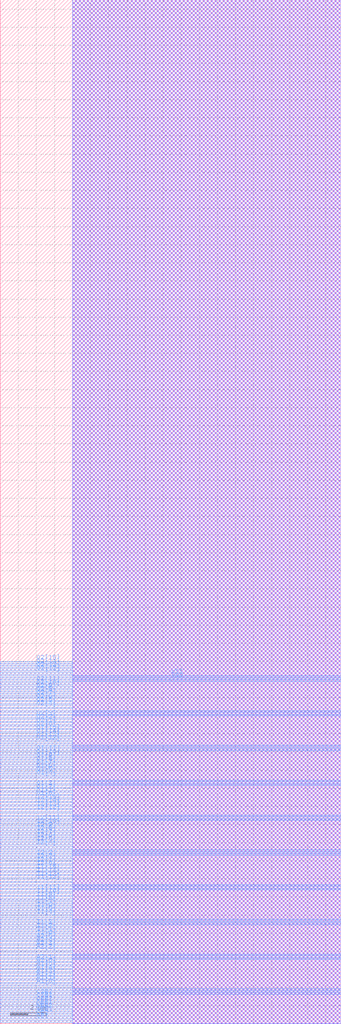
<source format=lef>
VERSION 5.6 ;
BUSBITCHARS "[]" ;
DIVIDERCHAR "/" ;

MACRO SRAM2RW64x16
  CLASS BLOCK ;
  ORIGIN 0 0 ;
  FOREIGN SRAM2RW64x16 0 0 ;
  SIZE 18.848 BY 56.512 ;
  SYMMETRY X Y ;
  SITE asap7sc7p5t ;
  PIN VDD
    DIRECTION INOUT ;
    USE POWER ;
    PORT 
      LAYER M4 ;
        RECT 0.0 1.632 18.848 1.728 ;
        RECT 0.0 3.552 18.848 3.648 ;
        RECT 0.0 5.472 18.848 5.568 ;
        RECT 0.0 7.392 18.848 7.488 ;
        RECT 0.0 9.312 18.848 9.408 ;
        RECT 0.0 11.232 18.848 11.328 ;
        RECT 0.0 13.152 18.848 13.248 ;
        RECT 0.0 15.072 18.848 15.168 ;
        RECT 0.0 16.992 18.848 17.088 ;
        RECT 0.0 18.912 18.848 19.008 ;
    END 
  END VDD
  PIN VSS
    DIRECTION INOUT ;
    USE GROUND ;
    PORT 
      LAYER M4 ;
        RECT 0.0 1.824 18.848 1.92 ;
        RECT 0.0 3.744 18.848 3.84 ;
        RECT 0.0 5.664 18.848 5.76 ;
        RECT 0.0 7.584 18.848 7.68 ;
        RECT 0.0 9.504 18.848 9.6 ;
        RECT 0.0 11.424 18.848 11.52 ;
        RECT 0.0 13.344 18.848 13.44 ;
        RECT 0.0 15.264 18.848 15.36 ;
        RECT 0.0 17.184 18.848 17.28 ;
        RECT 0.0 19.104 18.848 19.2 ;
    END 
  END VSS
  PIN CE1
    DIRECTION INPUT ;
    USE SIGNAL ;
    PORT 
      LAYER M4 ;
        RECT 0.0 0.096 4.0 0.192 ;
    END 
  END CE1
  PIN CE2
    DIRECTION INPUT ;
    USE SIGNAL ;
    PORT 
      LAYER M4 ;
        RECT 0.0 0.288 4.0 0.384 ;
    END 
  END CE2
  PIN WEB1
    DIRECTION INPUT ;
    USE SIGNAL ;
    PORT 
      LAYER M4 ;
        RECT 0.0 0.48 4.0 0.576 ;
    END 
  END WEB1
  PIN WEB2
    DIRECTION INPUT ;
    USE SIGNAL ;
    PORT 
      LAYER M4 ;
        RECT 0.0 0.672 4.0 0.768 ;
    END 
  END WEB2
  PIN OEB1
    DIRECTION INPUT ;
    USE SIGNAL ;
    PORT 
      LAYER M4 ;
        RECT 0.0 0.864 4.0 0.96 ;
    END 
  END OEB1
  PIN OEB2
    DIRECTION INPUT ;
    USE SIGNAL ;
    PORT 
      LAYER M4 ;
        RECT 0.0 1.056 4.0 1.152 ;
    END 
  END OEB2
  PIN CSB1
    DIRECTION INPUT ;
    USE SIGNAL ;
    PORT 
      LAYER M4 ;
        RECT 0.0 1.248 4.0 1.344 ;
    END 
  END CSB1
  PIN CSB2
    DIRECTION INPUT ;
    USE SIGNAL ;
    PORT 
      LAYER M4 ;
        RECT 0.0 1.44 4.0 1.536 ;
    END 
  END CSB2
  PIN A1[0]
    DIRECTION INPUT ;
    USE SIGNAL ;
    PORT 
      LAYER M4 ;
        RECT 0.0 2.016 4.0 2.112 ;
    END 
  END A1[0]
  PIN A1[1]
    DIRECTION INPUT ;
    USE SIGNAL ;
    PORT 
      LAYER M4 ;
        RECT 0.0 2.208 4.0 2.304 ;
    END 
  END A1[1]
  PIN A1[2]
    DIRECTION INPUT ;
    USE SIGNAL ;
    PORT 
      LAYER M4 ;
        RECT 0.0 2.4 4.0 2.496 ;
    END 
  END A1[2]
  PIN A1[3]
    DIRECTION INPUT ;
    USE SIGNAL ;
    PORT 
      LAYER M4 ;
        RECT 0.0 2.592 4.0 2.688 ;
    END 
  END A1[3]
  PIN A1[4]
    DIRECTION INPUT ;
    USE SIGNAL ;
    PORT 
      LAYER M4 ;
        RECT 0.0 2.784 4.0 2.88 ;
    END 
  END A1[4]
  PIN A1[5]
    DIRECTION INPUT ;
    USE SIGNAL ;
    PORT 
      LAYER M4 ;
        RECT 0.0 2.976 4.0 3.072 ;
    END 
  END A1[5]
  PIN A2[0]
    DIRECTION INPUT ;
    USE SIGNAL ;
    PORT 
      LAYER M4 ;
        RECT 0.0 3.168 4.0 3.264 ;
    END 
  END A2[0]
  PIN A2[1]
    DIRECTION INPUT ;
    USE SIGNAL ;
    PORT 
      LAYER M4 ;
        RECT 0.0 3.36 4.0 3.456 ;
    END 
  END A2[1]
  PIN A2[2]
    DIRECTION INPUT ;
    USE SIGNAL ;
    PORT 
      LAYER M4 ;
        RECT 0.0 3.936 4.0 4.032 ;
    END 
  END A2[2]
  PIN A2[3]
    DIRECTION INPUT ;
    USE SIGNAL ;
    PORT 
      LAYER M4 ;
        RECT 0.0 4.128 4.0 4.224 ;
    END 
  END A2[3]
  PIN A2[4]
    DIRECTION INPUT ;
    USE SIGNAL ;
    PORT 
      LAYER M4 ;
        RECT 0.0 4.32 4.0 4.416 ;
    END 
  END A2[4]
  PIN A2[5]
    DIRECTION INPUT ;
    USE SIGNAL ;
    PORT 
      LAYER M4 ;
        RECT 0.0 4.512 4.0 4.608 ;
    END 
  END A2[5]
  PIN I1[0]
    DIRECTION INPUT ;
    USE SIGNAL ;
    PORT 
      LAYER M4 ;
        RECT 0.0 4.704 4.0 4.8 ;
    END 
  END I1[0]
  PIN I1[1]
    DIRECTION INPUT ;
    USE SIGNAL ;
    PORT 
      LAYER M4 ;
        RECT 0.0 4.896 4.0 4.992 ;
    END 
  END I1[1]
  PIN I1[2]
    DIRECTION INPUT ;
    USE SIGNAL ;
    PORT 
      LAYER M4 ;
        RECT 0.0 5.088 4.0 5.184 ;
    END 
  END I1[2]
  PIN I1[3]
    DIRECTION INPUT ;
    USE SIGNAL ;
    PORT 
      LAYER M4 ;
        RECT 0.0 5.28 4.0 5.376 ;
    END 
  END I1[3]
  PIN I1[4]
    DIRECTION INPUT ;
    USE SIGNAL ;
    PORT 
      LAYER M4 ;
        RECT 0.0 5.856 4.0 5.952 ;
    END 
  END I1[4]
  PIN I1[5]
    DIRECTION INPUT ;
    USE SIGNAL ;
    PORT 
      LAYER M4 ;
        RECT 0.0 6.048 4.0 6.144 ;
    END 
  END I1[5]
  PIN I1[6]
    DIRECTION INPUT ;
    USE SIGNAL ;
    PORT 
      LAYER M4 ;
        RECT 0.0 6.24 4.0 6.336 ;
    END 
  END I1[6]
  PIN I1[7]
    DIRECTION INPUT ;
    USE SIGNAL ;
    PORT 
      LAYER M4 ;
        RECT 0.0 6.432 4.0 6.528 ;
    END 
  END I1[7]
  PIN I1[8]
    DIRECTION INPUT ;
    USE SIGNAL ;
    PORT 
      LAYER M4 ;
        RECT 0.0 6.624 4.0 6.72 ;
    END 
  END I1[8]
  PIN I1[9]
    DIRECTION INPUT ;
    USE SIGNAL ;
    PORT 
      LAYER M4 ;
        RECT 0.0 6.816 4.0 6.912 ;
    END 
  END I1[9]
  PIN I1[10]
    DIRECTION INPUT ;
    USE SIGNAL ;
    PORT 
      LAYER M4 ;
        RECT 0.0 7.008 4.0 7.104 ;
    END 
  END I1[10]
  PIN I1[11]
    DIRECTION INPUT ;
    USE SIGNAL ;
    PORT 
      LAYER M4 ;
        RECT 0.0 7.2 4.0 7.296 ;
    END 
  END I1[11]
  PIN I1[12]
    DIRECTION INPUT ;
    USE SIGNAL ;
    PORT 
      LAYER M4 ;
        RECT 0.0 7.776 4.0 7.872 ;
    END 
  END I1[12]
  PIN I1[13]
    DIRECTION INPUT ;
    USE SIGNAL ;
    PORT 
      LAYER M4 ;
        RECT 0.0 7.968 4.0 8.064 ;
    END 
  END I1[13]
  PIN I1[14]
    DIRECTION INPUT ;
    USE SIGNAL ;
    PORT 
      LAYER M4 ;
        RECT 0.0 8.16 4.0 8.256 ;
    END 
  END I1[14]
  PIN I1[15]
    DIRECTION INPUT ;
    USE SIGNAL ;
    PORT 
      LAYER M4 ;
        RECT 0.0 8.352 4.0 8.448 ;
    END 
  END I1[15]
  PIN I2[0]
    DIRECTION INPUT ;
    USE SIGNAL ;
    PORT 
      LAYER M4 ;
        RECT 0.0 8.544 4.0 8.64 ;
    END 
  END I2[0]
  PIN I2[1]
    DIRECTION INPUT ;
    USE SIGNAL ;
    PORT 
      LAYER M4 ;
        RECT 0.0 8.736 4.0 8.832 ;
    END 
  END I2[1]
  PIN I2[2]
    DIRECTION INPUT ;
    USE SIGNAL ;
    PORT 
      LAYER M4 ;
        RECT 0.0 8.928 4.0 9.024 ;
    END 
  END I2[2]
  PIN I2[3]
    DIRECTION INPUT ;
    USE SIGNAL ;
    PORT 
      LAYER M4 ;
        RECT 0.0 9.12 4.0 9.216 ;
    END 
  END I2[3]
  PIN I2[4]
    DIRECTION INPUT ;
    USE SIGNAL ;
    PORT 
      LAYER M4 ;
        RECT 0.0 9.696 4.0 9.792 ;
    END 
  END I2[4]
  PIN I2[5]
    DIRECTION INPUT ;
    USE SIGNAL ;
    PORT 
      LAYER M4 ;
        RECT 0.0 9.888 4.0 9.984 ;
    END 
  END I2[5]
  PIN I2[6]
    DIRECTION INPUT ;
    USE SIGNAL ;
    PORT 
      LAYER M4 ;
        RECT 0.0 10.08 4.0 10.176 ;
    END 
  END I2[6]
  PIN I2[7]
    DIRECTION INPUT ;
    USE SIGNAL ;
    PORT 
      LAYER M4 ;
        RECT 0.0 10.272 4.0 10.368 ;
    END 
  END I2[7]
  PIN I2[8]
    DIRECTION INPUT ;
    USE SIGNAL ;
    PORT 
      LAYER M4 ;
        RECT 0.0 10.464 4.0 10.56 ;
    END 
  END I2[8]
  PIN I2[9]
    DIRECTION INPUT ;
    USE SIGNAL ;
    PORT 
      LAYER M4 ;
        RECT 0.0 10.656 4.0 10.752 ;
    END 
  END I2[9]
  PIN I2[10]
    DIRECTION INPUT ;
    USE SIGNAL ;
    PORT 
      LAYER M4 ;
        RECT 0.0 10.848 4.0 10.944 ;
    END 
  END I2[10]
  PIN I2[11]
    DIRECTION INPUT ;
    USE SIGNAL ;
    PORT 
      LAYER M4 ;
        RECT 0.0 11.04 4.0 11.136 ;
    END 
  END I2[11]
  PIN I2[12]
    DIRECTION INPUT ;
    USE SIGNAL ;
    PORT 
      LAYER M4 ;
        RECT 0.0 11.616 4.0 11.712 ;
    END 
  END I2[12]
  PIN I2[13]
    DIRECTION INPUT ;
    USE SIGNAL ;
    PORT 
      LAYER M4 ;
        RECT 0.0 11.808 4.0 11.904 ;
    END 
  END I2[13]
  PIN I2[14]
    DIRECTION INPUT ;
    USE SIGNAL ;
    PORT 
      LAYER M4 ;
        RECT 0.0 12.0 4.0 12.096 ;
    END 
  END I2[14]
  PIN I2[15]
    DIRECTION INPUT ;
    USE SIGNAL ;
    PORT 
      LAYER M4 ;
        RECT 0.0 12.192 4.0 12.288 ;
    END 
  END I2[15]
  PIN O1[0]
    DIRECTION OUTPUT ;
    USE SIGNAL ;
    PORT 
      LAYER M4 ;
        RECT 0.0 12.384 4.0 12.48 ;
    END 
  END O1[0]
  PIN O1[1]
    DIRECTION OUTPUT ;
    USE SIGNAL ;
    PORT 
      LAYER M4 ;
        RECT 0.0 12.576 4.0 12.672 ;
    END 
  END O1[1]
  PIN O1[2]
    DIRECTION OUTPUT ;
    USE SIGNAL ;
    PORT 
      LAYER M4 ;
        RECT 0.0 12.768 4.0 12.864 ;
    END 
  END O1[2]
  PIN O1[3]
    DIRECTION OUTPUT ;
    USE SIGNAL ;
    PORT 
      LAYER M4 ;
        RECT 0.0 12.96 4.0 13.056 ;
    END 
  END O1[3]
  PIN O1[4]
    DIRECTION OUTPUT ;
    USE SIGNAL ;
    PORT 
      LAYER M4 ;
        RECT 0.0 13.536 4.0 13.632 ;
    END 
  END O1[4]
  PIN O1[5]
    DIRECTION OUTPUT ;
    USE SIGNAL ;
    PORT 
      LAYER M4 ;
        RECT 0.0 13.728 4.0 13.824 ;
    END 
  END O1[5]
  PIN O1[6]
    DIRECTION OUTPUT ;
    USE SIGNAL ;
    PORT 
      LAYER M4 ;
        RECT 0.0 13.92 4.0 14.016 ;
    END 
  END O1[6]
  PIN O1[7]
    DIRECTION OUTPUT ;
    USE SIGNAL ;
    PORT 
      LAYER M4 ;
        RECT 0.0 14.112 4.0 14.208 ;
    END 
  END O1[7]
  PIN O1[8]
    DIRECTION OUTPUT ;
    USE SIGNAL ;
    PORT 
      LAYER M4 ;
        RECT 0.0 14.304 4.0 14.4 ;
    END 
  END O1[8]
  PIN O1[9]
    DIRECTION OUTPUT ;
    USE SIGNAL ;
    PORT 
      LAYER M4 ;
        RECT 0.0 14.496 4.0 14.592 ;
    END 
  END O1[9]
  PIN O1[10]
    DIRECTION OUTPUT ;
    USE SIGNAL ;
    PORT 
      LAYER M4 ;
        RECT 0.0 14.688 4.0 14.784 ;
    END 
  END O1[10]
  PIN O1[11]
    DIRECTION OUTPUT ;
    USE SIGNAL ;
    PORT 
      LAYER M4 ;
        RECT 0.0 14.88 4.0 14.976 ;
    END 
  END O1[11]
  PIN O1[12]
    DIRECTION OUTPUT ;
    USE SIGNAL ;
    PORT 
      LAYER M4 ;
        RECT 0.0 15.456 4.0 15.552 ;
    END 
  END O1[12]
  PIN O1[13]
    DIRECTION OUTPUT ;
    USE SIGNAL ;
    PORT 
      LAYER M4 ;
        RECT 0.0 15.648 4.0 15.744 ;
    END 
  END O1[13]
  PIN O1[14]
    DIRECTION OUTPUT ;
    USE SIGNAL ;
    PORT 
      LAYER M4 ;
        RECT 0.0 15.84 4.0 15.936 ;
    END 
  END O1[14]
  PIN O1[15]
    DIRECTION OUTPUT ;
    USE SIGNAL ;
    PORT 
      LAYER M4 ;
        RECT 0.0 16.032 4.0 16.128 ;
    END 
  END O1[15]
  PIN O2[0]
    DIRECTION OUTPUT ;
    USE SIGNAL ;
    PORT 
      LAYER M4 ;
        RECT 0.0 16.224 4.0 16.32 ;
    END 
  END O2[0]
  PIN O2[1]
    DIRECTION OUTPUT ;
    USE SIGNAL ;
    PORT 
      LAYER M4 ;
        RECT 0.0 16.416 4.0 16.512 ;
    END 
  END O2[1]
  PIN O2[2]
    DIRECTION OUTPUT ;
    USE SIGNAL ;
    PORT 
      LAYER M4 ;
        RECT 0.0 16.608 4.0 16.704 ;
    END 
  END O2[2]
  PIN O2[3]
    DIRECTION OUTPUT ;
    USE SIGNAL ;
    PORT 
      LAYER M4 ;
        RECT 0.0 16.8 4.0 16.896 ;
    END 
  END O2[3]
  PIN O2[4]
    DIRECTION OUTPUT ;
    USE SIGNAL ;
    PORT 
      LAYER M4 ;
        RECT 0.0 17.376 4.0 17.472 ;
    END 
  END O2[4]
  PIN O2[5]
    DIRECTION OUTPUT ;
    USE SIGNAL ;
    PORT 
      LAYER M4 ;
        RECT 0.0 17.568 4.0 17.664 ;
    END 
  END O2[5]
  PIN O2[6]
    DIRECTION OUTPUT ;
    USE SIGNAL ;
    PORT 
      LAYER M4 ;
        RECT 0.0 17.76 4.0 17.856 ;
    END 
  END O2[6]
  PIN O2[7]
    DIRECTION OUTPUT ;
    USE SIGNAL ;
    PORT 
      LAYER M4 ;
        RECT 0.0 17.952 4.0 18.048 ;
    END 
  END O2[7]
  PIN O2[8]
    DIRECTION OUTPUT ;
    USE SIGNAL ;
    PORT 
      LAYER M4 ;
        RECT 0.0 18.144 4.0 18.24 ;
    END 
  END O2[8]
  PIN O2[9]
    DIRECTION OUTPUT ;
    USE SIGNAL ;
    PORT 
      LAYER M4 ;
        RECT 0.0 18.336 4.0 18.432 ;
    END 
  END O2[9]
  PIN O2[10]
    DIRECTION OUTPUT ;
    USE SIGNAL ;
    PORT 
      LAYER M4 ;
        RECT 0.0 18.528 4.0 18.624 ;
    END 
  END O2[10]
  PIN O2[11]
    DIRECTION OUTPUT ;
    USE SIGNAL ;
    PORT 
      LAYER M4 ;
        RECT 0.0 18.72 4.0 18.816 ;
    END 
  END O2[11]
  PIN O2[12]
    DIRECTION OUTPUT ;
    USE SIGNAL ;
    PORT 
      LAYER M4 ;
        RECT 0.0 19.296 4.0 19.392 ;
    END 
  END O2[12]
  PIN O2[13]
    DIRECTION OUTPUT ;
    USE SIGNAL ;
    PORT 
      LAYER M4 ;
        RECT 0.0 19.488 4.0 19.584 ;
    END 
  END O2[13]
  PIN O2[14]
    DIRECTION OUTPUT ;
    USE SIGNAL ;
    PORT 
      LAYER M4 ;
        RECT 0.0 19.68 4.0 19.776 ;
    END 
  END O2[14]
  PIN O2[15]
    DIRECTION OUTPUT ;
    USE SIGNAL ;
    PORT 
      LAYER M4 ;
        RECT 0.0 19.872 4.0 19.968 ;
    END 
  END O2[15]
  OBS 
    LAYER M1 ;
      RECT 4.0 0.0 18.848 56.512 ;
    LAYER M2 ;
      RECT 4.0 0.0 18.848 56.512 ;
    LAYER M3 ;
      RECT 4.0 0.0 18.848 56.512 ;
  END 
END SRAM2RW64x16

END LIBRARY
</source>
